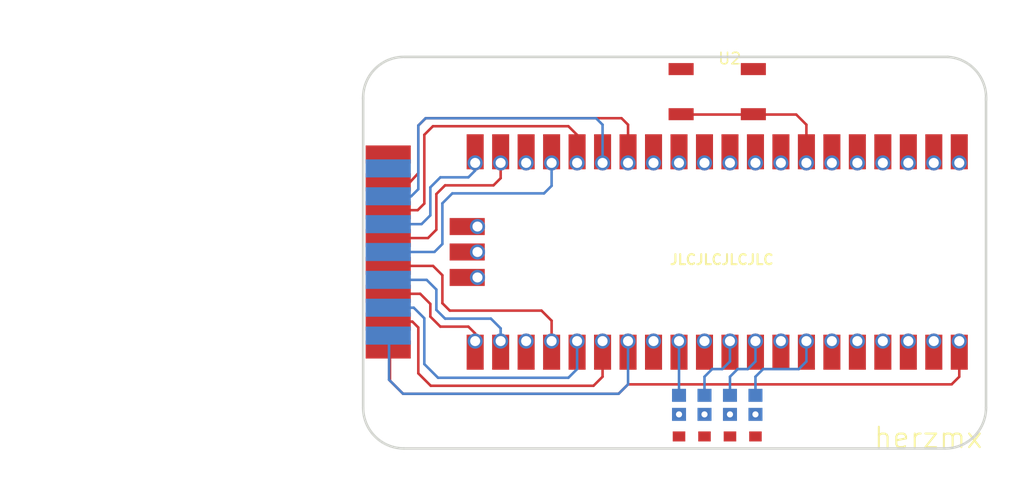
<source format=kicad_pcb>
(kicad_pcb (version 20171130) (host pcbnew "(5.1.5)-3") (page "A4") (layers (0 "F.Cu" signal) (31 "B.Cu" signal) (32 "B.Adhes" user) (33 "F.Adhes" user) (34 "B.Paste" user) (35 "F.Paste" user) (36 "B.SilkS" user) (37 "F.SilkS" user) (38 "B.Mask" user) (39 "F.Mask" user) (40 "Dwgs.User" user) (41 "Cmts.User" user) (42 "Eco1.User" user) (43 "Eco2.User" user) (44 "Edge.Cuts" user) (45 "Margin" user) (46 "B.CrtYd" user) (47 "F.CrtYd" user) (48 "B.Fab" user hide) (49 "F.Fab" user hide)) (net 0 "") (net 1 "HOME") (net 2 "+5V") (net 3 "B6") (net 4 "B2") (net 5 "D") (net 6 "R") (net 7 "B4") (net 8 "SELECT") (net 9 "GND") (net 10 "U") (net 11 "B5") (net 12 "L") (net 13 "LED2") (net 14 "LED4") (net 15 "LED3") (net 16 "LED1") (net 17 "B1") (net 18 "START") (net 19 "B3") (net 20 "LED4R") (net 21 "LED3R") (net 22 "LED2R") (net 23 "LED1R") (net 24 "CAPTURE") (net 25 "L3") (net 26 "R3") (net 27 "L2") (net 28 "L1") (gr_line (start -820.548 -640.796) (end -874.514 -640.796) (width 0.254) (layer "Edge.Cuts")) (gr_line (start -816.484 -675.803) (end -816.484 -644.86) (width 0.254) (layer "Edge.Cuts")) (gr_line (start -878.58 -644.86) (end -878.58 -675.803) (width 0.254) (layer "Edge.Cuts")) (gr_line (start -874.514 -679.869) (end -820.294 -679.869) (width 0.254) (layer "Edge.Cuts")) (gr_arc (start -874.514 -675.803) (end -878.578 -675.676) (angle 89.999) (width 0.254) (layer "Edge.Cuts")) (gr_arc (start -820.547 -675.803) (end -820.294 -679.867) (angle 90.002) (width 0.254) (layer "Edge.Cuts")) (gr_arc (start -874.514 -644.86) (end -874.514 -640.796) (angle 90) (width 0.254) (layer "Edge.Cuts")) (gr_arc (start -820.548 -644.86) (end -816.484 -644.86) (angle 90) (width 0.254) (layer "Edge.Cuts")) (gr_text "JLCJLCJLCJLC" (at -848.106 -659.638 0) (layer "F.SilkS") (effects (font (size 1 1) (thickness 0.203)) (justify left))) (gr_text herzmx (at -827.786 -641.858 0) (layer "F.SilkS") (effects (font (size 2.032 2.032) (thickness 0.203)) (justify left))) (segment (start -846.836 -674.116) (end -840.336 -674.116) (width 0.254) (layer "F.Cu") (net 1)) (segment (start -834.391 -670.4) (end -834.391 -673.101) (width 0.254) (layer "F.Cu") (net 1)) (segment (start -834.391 -673.101) (end -835.407 -674.117) (width 0.254) (layer "F.Cu") (net 1)) (segment (start -835.407 -674.117) (end -839.978 -674.117) (width 0.254) (layer "F.Cu") (net 1)) (segment (start -875.905 -650.474) (end -875.905 -647.559) (width 0.254) (layer "F.Cu") (net 2)) (segment (start -875.905 -647.559) (end -874.596 -646.25) (width 0.254) (layer "F.Cu") (net 2)) (segment (start -874.596 -646.25) (end -853.112 -646.25) (width 0.254) (layer "F.Cu") (net 2)) (segment (start -853.112 -646.25) (end -852.17 -647.192) (width 0.254) (layer "F.Cu") (net 2)) (segment (start -852.17 -647.192) (end -819.912 -647.192) (width 0.254) (layer "F.Cu") (net 2)) (segment (start -819.912 -647.192) (end -819.151 -647.953) (width 0.254) (layer "F.Cu") (net 2)) (segment (start -819.151 -647.953) (end -819.151 -650.4) (width 0.254) (layer "F.Cu") (net 2)) (segment (start -874.58 -667.349) (end -873.923 -667.349) (width 0.254) (layer "F.Cu") (net 3)) (segment (start -873.923 -667.349) (end -873.08 -668.274) (width 0.254) (layer "F.Cu") (net 3)) (segment (start -873.08 -668.274) (end -873.08 -673.018) (width 0.254) (layer "F.Cu") (net 3)) (segment (start -873.08 -673.018) (end -872.348 -673.75) (width 0.254) (layer "F.Cu") (net 3)) (segment (start -872.348 -673.75) (end -852.82 -673.75) (width 0.254) (layer "F.Cu") (net 3)) (segment (start -852.82 -673.75) (end -852.171 -673.101) (width 0.254) (layer "F.Cu") (net 3)) (segment (start -852.171 -673.101) (end -852.171 -669.29) (width 0.254) (layer "F.Cu") (net 3)) (segment (start -874.58 -659.011) (end -871.609 -659.011) (width 0.254) (layer "F.Cu") (net 4)) (segment (start -871.609 -659.011) (end -870.68 -658.082) (width 0.254) (layer "F.Cu") (net 4)) (segment (start -870.68 -658.082) (end -870.68 -655.288) (width 0.254) (layer "F.Cu") (net 4)) (segment (start -870.68 -655.288) (end -869.942 -654.55) (width 0.254) (layer "F.Cu") (net 4)) (segment (start -869.942 -654.55) (end -860.798 -654.55) (width 0.254) (layer "F.Cu") (net 4)) (segment (start -860.798 -654.55) (end -859.791 -653.543) (width 0.254) (layer "F.Cu") (net 4)) (segment (start -859.791 -653.543) (end -859.791 -650.4) (width 0.254) (layer "F.Cu") (net 4)) (segment (start -874.58 -653.451) (end -873.669 -653.451) (width 0.254) (layer "F.Cu") (net 5)) (segment (start -873.669 -653.451) (end -873.08 -652.862) (width 0.254) (layer "F.Cu") (net 5)) (segment (start -873.08 -652.862) (end -873.08 -648.29) (width 0.254) (layer "F.Cu") (net 5)) (segment (start -873.08 -648.29) (end -871.84 -647.05) (width 0.254) (layer "F.Cu") (net 5)) (segment (start -871.84 -647.05) (end -855.614 -647.05) (width 0.254) (layer "F.Cu") (net 5)) (segment (start -855.614 -647.05) (end -854.711 -647.953) (width 0.254) (layer "F.Cu") (net 5)) (segment (start -854.711 -647.953) (end -854.711 -650.4) (width 0.254) (layer "F.Cu") (net 5)) (segment (start -874.58 -656.229) (end -872.891 -656.229) (width 0.254) (layer "F.Cu") (net 6)) (segment (start -872.891 -656.229) (end -871.88 -655.218) (width 0.254) (layer "F.Cu") (net 6)) (segment (start -871.88 -655.218) (end -871.88 -653.948) (width 0.254) (layer "F.Cu") (net 6)) (segment (start -871.88 -653.948) (end -870.882 -652.95) (width 0.254) (layer "F.Cu") (net 6)) (segment (start -870.882 -652.95) (end -868.088 -652.95) (width 0.254) (layer "F.Cu") (net 6)) (segment (start -868.088 -652.95) (end -867.411 -652.273) (width 0.254) (layer "F.Cu") (net 6)) (segment (start -867.411 -652.273) (end -867.411 -650.4) (width 0.254) (layer "F.Cu") (net 6)) (segment (start -874.58 -661.789) (end -872.117 -661.789) (width 0.254) (layer "F.Cu") (net 7)) (segment (start -872.117 -661.789) (end -871.28 -662.626) (width 0.254) (layer "F.Cu") (net 7)) (segment (start -871.28 -662.626) (end -871.28 -666.182) (width 0.254) (layer "F.Cu") (net 7)) (segment (start -871.28 -666.182) (end -870.412 -667.05) (width 0.254) (layer "F.Cu") (net 7)) (segment (start -870.412 -667.05) (end -865.586 -667.05) (width 0.254) (layer "F.Cu") (net 7)) (segment (start -865.586 -667.05) (end -864.871 -667.765) (width 0.254) (layer "F.Cu") (net 7)) (segment (start -864.871 -667.765) (end -864.871 -670.4) (width 0.254) (layer "F.Cu") (net 7)) (segment (start -874.58 -664.571) (end -873.145 -664.571) (width 0.254) (layer "F.Cu") (net 8)) (segment (start -873.145 -664.571) (end -872.48 -665.236) (width 0.254) (layer "F.Cu") (net 8)) (segment (start -872.48 -665.236) (end -872.48 -672.094) (width 0.254) (layer "F.Cu") (net 8)) (segment (start -872.48 -672.094) (end -871.624 -672.95) (width 0.254) (layer "F.Cu") (net 8)) (segment (start -871.624 -672.95) (end -858.116 -672.95) (width 0.254) (layer "F.Cu") (net 8)) (segment (start -858.116 -672.95) (end -857.251 -672.085) (width 0.254) (layer "F.Cu") (net 8)) (segment (start -857.251 -672.085) (end -857.251 -669.29) (width 0.254) (layer "F.Cu") (net 8)) (zone (net 9) (net_name "GND") (layer "F.Cu") (hatch edge 0.508) (connect_pads (clearance 0.254)) (polygon (pts (xy -813.817 -635.254) (xy -914.654 -635.762) (xy -914.781 -685.292) (xy -812.674 -685.546)))) (segment (start -877.42 -652.059) (end -876.595 -652.059) (width 0.254) (layer "B.Cu") (net 10)) (segment (start -876.595 -652.059) (end -876 -651.464) (width 0.254) (layer "B.Cu") (net 10)) (segment (start -876 -651.464) (end -876 -647.654) (width 0.254) (layer "B.Cu") (net 10)) (segment (start -876 -647.654) (end -874.596 -646.25) (width 0.254) (layer "B.Cu") (net 10)) (segment (start -874.596 -646.25) (end -853.112 -646.25) (width 0.254) (layer "B.Cu") (net 10)) (segment (start -853.112 -646.25) (end -852.171 -647.191) (width 0.254) (layer "B.Cu") (net 10)) (segment (start -852.171 -647.191) (end -852.171 -651.51) (width 0.254) (layer "B.Cu") (net 10)) (segment (start -877.42 -665.96) (end -873.788 -665.96) (width 0.254) (layer "B.Cu") (net 11)) (segment (start -873.788 -665.96) (end -873.08 -666.668) (width 0.254) (layer "B.Cu") (net 11)) (segment (start -873.08 -666.668) (end -873.08 -673.018) (width 0.254) (layer "B.Cu") (net 11)) (segment (start -873.08 -673.018) (end -872.348 -673.75) (width 0.254) (layer "B.Cu") (net 11)) (segment (start -872.348 -673.75) (end -855.36 -673.75) (width 0.254) (layer "B.Cu") (net 11)) (segment (start -855.36 -673.75) (end -854.711 -673.101) (width 0.254) (layer "B.Cu") (net 11)) (segment (start -854.711 -673.101) (end -854.711 -669.29) (width 0.254) (layer "B.Cu") (net 11)) (segment (start -877.42 -654.84) (end -873.534 -654.84) (width 0.254) (layer "B.Cu") (net 12)) (segment (start -873.534 -654.84) (end -872.48 -653.786) (width 0.254) (layer "B.Cu") (net 12)) (segment (start -872.48 -653.786) (end -872.48 -649.214) (width 0.254) (layer "B.Cu") (net 12)) (segment (start -872.48 -649.214) (end -871.116 -647.85) (width 0.254) (layer "B.Cu") (net 12)) (segment (start -871.116 -647.85) (end -858.116 -647.85) (width 0.254) (layer "B.Cu") (net 12)) (segment (start -858.116 -647.85) (end -857.251 -648.715) (width 0.254) (layer "B.Cu") (net 12)) (segment (start -857.251 -648.715) (end -857.251 -651.51) (width 0.254) (layer "B.Cu") (net 12)) (segment (start -842.011 -651.51) (end -842.011 -649.477) (width 0.254) (layer "B.Cu") (net 13)) (segment (start -842.011 -649.477) (end -842.772 -648.716) (width 0.254) (layer "B.Cu") (net 13)) (segment (start -842.772 -648.716) (end -843.788 -648.716) (width 0.254) (layer "B.Cu") (net 13)) (segment (start -843.788 -648.716) (end -844.55 -647.954) (width 0.254) (layer "B.Cu") (net 13)) (segment (start -844.55 -647.954) (end -844.55 -646.095) (width 0.254) (layer "B.Cu") (net 13)) (segment (start -834.391 -651.51) (end -834.391 -649.477) (width 0.254) (layer "B.Cu") (net 14)) (segment (start -834.391 -649.477) (end -835.152 -648.716) (width 0.254) (layer "B.Cu") (net 14)) (segment (start -835.152 -648.716) (end -838.708 -648.716) (width 0.254) (layer "B.Cu") (net 14)) (segment (start -838.708 -648.716) (end -839.47 -647.954) (width 0.254) (layer "B.Cu") (net 14)) (segment (start -839.47 -647.954) (end -839.47 -646.095) (width 0.254) (layer "B.Cu") (net 14)) (segment (start -839.471 -651.51) (end -839.471 -649.477) (width 0.254) (layer "B.Cu") (net 15)) (segment (start -839.471 -649.477) (end -840.232 -648.716) (width 0.254) (layer "B.Cu") (net 15)) (segment (start -840.232 -648.716) (end -841.248 -648.716) (width 0.254) (layer "B.Cu") (net 15)) (segment (start -841.248 -648.716) (end -842.01 -647.954) (width 0.254) (layer "B.Cu") (net 15)) (segment (start -842.01 -647.954) (end -842.01 -646.095) (width 0.254) (layer "B.Cu") (net 15)) (segment (start -847.091 -651.51) (end -847.09 -646.095) (width 0.254) (layer "B.Cu") (net 16)) (segment (start -877.42 -657.619) (end -872.249 -657.619) (width 0.254) (layer "B.Cu") (net 17)) (segment (start -872.249 -657.619) (end -871.28 -656.65) (width 0.254) (layer "B.Cu") (net 17)) (segment (start -871.28 -656.65) (end -871.28 -654.618) (width 0.254) (layer "B.Cu") (net 17)) (segment (start -871.28 -654.618) (end -870.412 -653.75) (width 0.254) (layer "B.Cu") (net 17)) (segment (start -870.412 -653.75) (end -865.84 -653.75) (width 0.254) (layer "B.Cu") (net 17)) (segment (start -865.84 -653.75) (end -864.871 -652.781) (width 0.254) (layer "B.Cu") (net 17)) (segment (start -864.871 -652.781) (end -864.871 -651.51) (width 0.254) (layer "B.Cu") (net 17)) (segment (start -877.42 -663.179) (end -872.759 -663.179) (width 0.254) (layer "B.Cu") (net 18)) (segment (start -872.759 -663.179) (end -871.88 -664.058) (width 0.254) (layer "B.Cu") (net 18)) (segment (start -871.88 -664.058) (end -871.88 -666.852) (width 0.254) (layer "B.Cu") (net 18)) (segment (start -871.88 -666.852) (end -870.882 -667.85) (width 0.254) (layer "B.Cu") (net 18)) (segment (start -870.882 -667.85) (end -868.088 -667.85) (width 0.254) (layer "B.Cu") (net 18)) (segment (start -868.088 -667.85) (end -867.411 -668.527) (width 0.254) (layer "B.Cu") (net 18)) (segment (start -867.411 -668.527) (end -867.411 -669.29) (width 0.254) (layer "B.Cu") (net 18)) (segment (start -877.42 -660.4) (end -871.474 -660.4) (width 0.254) (layer "B.Cu") (net 19)) (segment (start -871.474 -660.4) (end -870.68 -661.194) (width 0.254) (layer "B.Cu") (net 19)) (segment (start -870.68 -661.194) (end -870.68 -665.258) (width 0.254) (layer "B.Cu") (net 19)) (segment (start -870.68 -665.258) (end -869.688 -666.25) (width 0.254) (layer "B.Cu") (net 19)) (segment (start -869.688 -666.25) (end -860.544 -666.25) (width 0.254) (layer "B.Cu") (net 19)) (segment (start -860.544 -666.25) (end -859.791 -667.003) (width 0.254) (layer "B.Cu") (net 19)) (segment (start -859.791 -667.003) (end -859.791 -669.29) (width 0.254) (layer "B.Cu") (net 19)) (zone (net 9) (net_name "GND") (layer "B.Cu") (hatch edge 0.508) (connect_pads (clearance 0.254)) (polygon (pts (xy -813.563 -636.143) (xy -914.781 -635.889) (xy -914.527 -685.165) (xy -812.674 -685.419)))) (module "easyeda:R0805-DOC" (layer "F.Cu") (at -839.47 -645.145 -90) (attr smd) (fp_text value "R0805-DOC" (at 0.188 -3.048 -90) (layer "B.Fab") hide (effects (font (size 1.143 1.143) (thickness 0.152)) (justify left mirror))) (fp_text reference "R4" (at 0.188 -1.27 -90) (layer "B.SilkS") hide (effects (font (size 1.143 1.143) (thickness 0.152)) (justify left mirror))) (fp_line (start 1.9 -1) (end -1.9 -1) (width 0.229) (layer "Cmts.User")) (fp_line (start -1.9 -1) (end -1.9 1) (width 0.229) (layer "Cmts.User")) (fp_line (start -1.9 1) (end 1.9 1) (width 0.229) (layer "Cmts.User")) (fp_line (start 1.9 1) (end 1.9 -1) (width 0.229) (layer "Cmts.User")) (pad 1 smd rect (at 0.95 0 -90) (size 1.3 1.4) (layers "B.Cu" "B.Paste" "B.Mask") (net 20 "LED4R")) (pad 2 smd rect (at -0.95 0 -90) (size 1.3 1.4) (layers "B.Cu" "B.Paste" "B.Mask") (net 14 "LED4")) (fp_text user gge6b4c089a7639ea73 (at 0 0) (layer "Cmts.User") (effects (font (size 1 1) (thickness 0.15))))) (module "easyeda:R0805-DOC" (layer "F.Cu") (at -842.01 -645.145 -90) (attr smd) (fp_text value "R0805-DOC" (at 0.188 -3.048 -90) (layer "B.Fab") hide (effects (font (size 1.143 1.143) (thickness 0.152)) (justify left mirror))) (fp_text reference "R3" (at 0.188 -1.27 -90) (layer "B.SilkS") hide (effects (font (size 1.143 1.143) (thickness 0.152)) (justify left mirror))) (fp_line (start 1.9 -1) (end -1.9 -1) (width 0.229) (layer "Cmts.User")) (fp_line (start -1.9 -1) (end -1.9 1) (width 0.229) (layer "Cmts.User")) (fp_line (start -1.9 1) (end 1.9 1) (width 0.229) (layer "Cmts.User")) (fp_line (start 1.9 1) (end 1.9 -1) (width 0.229) (layer "Cmts.User")) (pad 1 smd rect (at 0.95 0 -90) (size 1.3 1.4) (layers "B.Cu" "B.Paste" "B.Mask") (net 21 "LED3R")) (pad 2 smd rect (at -0.95 0 -90) (size 1.3 1.4) (layers "B.Cu" "B.Paste" "B.Mask") (net 15 "LED3")) (fp_text user ggee885a4064b356812 (at 0 0) (layer "Cmts.User") (effects (font (size 1 1) (thickness 0.15))))) (module "easyeda:R0805-DOC" (layer "F.Cu") (at -844.55 -645.145 -90) (attr smd) (fp_text value "R0805-DOC" (at 0.188 -3.048 -90) (layer "B.Fab") hide (effects (font (size 1.143 1.143) (thickness 0.152)) (justify left mirror))) (fp_text reference "R2" (at 0.188 -1.27 -90) (layer "B.SilkS") hide (effects (font (size 1.143 1.143) (thickness 0.152)) (justify left mirror))) (fp_line (start 1.9 -1) (end -1.9 -1) (width 0.229) (layer "Cmts.User")) (fp_line (start -1.9 -1) (end -1.9 1) (width 0.229) (layer "Cmts.User")) (fp_line (start -1.9 1) (end 1.9 1) (width 0.229) (layer "Cmts.User")) (fp_line (start 1.9 1) (end 1.9 -1) (width 0.229) (layer "Cmts.User")) (pad 1 smd rect (at 0.95 0 -90) (size 1.3 1.4) (layers "B.Cu" "B.Paste" "B.Mask") (net 22 "LED2R")) (pad 2 smd rect (at -0.95 0 -90) (size 1.3 1.4) (layers "B.Cu" "B.Paste" "B.Mask") (net 13 "LED2")) (fp_text user ggecc5bd5b66a4aa208 (at 0 0) (layer "Cmts.User") (effects (font (size 1 1) (thickness 0.15))))) (module "easyeda:R0805-DOC" (layer "F.Cu") (at -847.09 -645.145 -90) (attr smd) (fp_text value "R0805-DOC" (at 0.188 -3.048 -90) (layer "B.Fab") hide (effects (font (size 1.143 1.143) (thickness 0.152)) (justify left mirror))) (fp_text reference "R1" (at 0.188 -1.27 -90) (layer "B.SilkS") hide (effects (font (size 1.143 1.143) (thickness 0.152)) (justify left mirror))) (fp_line (start 1.9 -1) (end -1.9 -1) (width 0.229) (layer "Cmts.User")) (fp_line (start -1.9 -1) (end -1.9 1) (width 0.229) (layer "Cmts.User")) (fp_line (start -1.9 1) (end 1.9 1) (width 0.229) (layer "Cmts.User")) (fp_line (start 1.9 1) (end 1.9 -1) (width 0.229) (layer "Cmts.User")) (pad 1 smd rect (at 0.95 0 -90) (size 1.3 1.4) (layers "B.Cu" "B.Paste" "B.Mask") (net 23 "LED1R")) (pad 2 smd rect (at -0.95 0 -90) (size 1.3 1.4) (layers "B.Cu" "B.Paste" "B.Mask") (net 16 "LED1")) (fp_text user gge10495 (at 0 0) (layer "Cmts.User") (effects (font (size 1 1) (thickness 0.15))))) (module "easyeda:LED0805-RD_GREEN-DOC" (layer "F.Cu") (at -847.09 -643.095 90) (attr smd) (fp_text value "LED0805-RD_GREEN-DOC" (at -0.105 -3.01 90) (layer "F.Fab") hide (effects (font (size 1.143 1.143) (thickness 0.152)) (justify left))) (fp_text reference "LED1" (at -0.105 -1.232 90) (layer "F.SilkS") hide (effects (font (size 1.143 1.143) (thickness 0.152)) (justify left))) (fp_line (start 0.64 0.94) (end 1.98 0.94) (width 0.254) (layer "Cmts.User")) (fp_line (start 1.98 -0.96) (end 1.98 0.94) (width 0.254) (layer "Cmts.User")) (fp_line (start 0.5 -0.95) (end 1.98 -0.96) (width 0.254) (layer "Cmts.User")) (fp_line (start 0.3 -0.5) (end 0.3 0.5) (width 0.254) (layer "Cmts.User")) (fp_line (start 0.3 0.005) (end -0.2 0.005) (width 0.254) (layer "Cmts.User")) (fp_line (start -0.5 0.95) (end -1.75 0.95) (width 0.254) (layer "Cmts.User")) (fp_line (start -1.75 0.95) (end -1.75 0.95) (width 0.254) (layer "Cmts.User")) (fp_line (start -1.75 0.95) (end -2.1 0.6) (width 0.254) (layer "Cmts.User")) (fp_line (start -2.1 -0.6) (end -2.1 0.6) (width 0.254) (layer "Cmts.User")) (fp_line (start -1.75 -0.95) (end -1.75 -0.95) (width 0.254) (layer "Cmts.User")) (fp_line (start -1.75 -0.95) (end -2.1 -0.6) (width 0.254) (layer "Cmts.User")) (fp_line (start -0.5 -0.95) (end -1.75 -0.95) (width 0.254) (layer "Cmts.User")) (fp_poly (pts (xy 1 -0.7) (xy 1.2 -0.7) (xy 1.2 0.7) (xy 1 0.7)) (layer "Cmts.User") (width 0)) (fp_poly (pts (xy 0.635 0.094) (xy 1.635 0.094) (xy 1.635 -0.056) (xy 0.635 -0.056)) (layer "Cmts.User") (width 0)) (fp_poly (pts (xy -1.6 0) (xy -0.6 0) (xy -0.6 -0.15) (xy -1.6 -0.15)) (layer "Cmts.User") (width 0)) (pad 1 smd rect (at -1.1 0 -90) (size 1 1.25) (layers "F.Cu" "F.Paste" "F.Mask") (net 9 "GND")) (pad 2 thru_hole rect (at 1.1 0 -90) (size 1 1.25) (layers "*.Cu" "*.Paste" "*.Mask") (drill 0.61) (net 23 "LED1R")) (fp_text user gge32396 (at 0 0) (layer "Cmts.User") (effects (font (size 1 1) (thickness 0.15))))) (module "easyeda:LED0805-RD_GREEN-DOC" (layer "F.Cu") (at -844.55 -643.095 90) (attr smd) (fp_text value "LED0805-RD_GREEN-DOC" (at -0.105 -3.01 90) (layer "F.Fab") hide (effects (font (size 1.143 1.143) (thickness 0.152)) (justify left))) (fp_text reference "LED2" (at -0.105 -1.232 90) (layer "F.SilkS") hide (effects (font (size 1.143 1.143) (thickness 0.152)) (justify left))) (fp_line (start 0.64 0.94) (end 1.98 0.94) (width 0.254) (layer "Cmts.User")) (fp_line (start 1.98 -0.96) (end 1.98 0.94) (width 0.254) (layer "Cmts.User")) (fp_line (start 0.5 -0.95) (end 1.98 -0.96) (width 0.254) (layer "Cmts.User")) (fp_line (start 0.3 -0.5) (end 0.3 0.5) (width 0.254) (layer "Cmts.User")) (fp_line (start 0.3 0.005) (end -0.2 0.005) (width 0.254) (layer "Cmts.User")) (fp_line (start -0.5 0.95) (end -1.75 0.95) (width 0.254) (layer "Cmts.User")) (fp_line (start -1.75 0.95) (end -1.75 0.95) (width 0.254) (layer "Cmts.User")) (fp_line (start -1.75 0.95) (end -2.1 0.6) (width 0.254) (layer "Cmts.User")) (fp_line (start -2.1 -0.6) (end -2.1 0.6) (width 0.254) (layer "Cmts.User")) (fp_line (start -1.75 -0.95) (end -1.75 -0.95) (width 0.254) (layer "Cmts.User")) (fp_line (start -1.75 -0.95) (end -2.1 -0.6) (width 0.254) (layer "Cmts.User")) (fp_line (start -0.5 -0.95) (end -1.75 -0.95) (width 0.254) (layer "Cmts.User")) (fp_poly (pts (xy 1 -0.7) (xy 1.2 -0.7) (xy 1.2 0.7) (xy 1 0.7)) (layer "Cmts.User") (width 0)) (fp_poly (pts (xy 0.635 0.094) (xy 1.635 0.094) (xy 1.635 -0.056) (xy 0.635 -0.056)) (layer "Cmts.User") (width 0)) (fp_poly (pts (xy -1.6 0) (xy -0.6 0) (xy -0.6 -0.15) (xy -1.6 -0.15)) (layer "Cmts.User") (width 0)) (pad 1 smd rect (at -1.1 0 -90) (size 1 1.25) (layers "F.Cu" "F.Paste" "F.Mask") (net 9 "GND")) (pad 2 thru_hole rect (at 1.1 0 -90) (size 1 1.25) (layers "*.Cu" "*.Paste" "*.Mask") (drill 0.61) (net 22 "LED2R")) (fp_text user ggec114b2514b46dbcf (at 0 0) (layer "Cmts.User") (effects (font (size 1 1) (thickness 0.15))))) (module "easyeda:LED0805-RD_GREEN-DOC" (layer "F.Cu") (at -842.01 -643.095 90) (attr smd) (fp_text value "LED0805-RD_GREEN-DOC" (at -0.105 -3.01 90) (layer "F.Fab") hide (effects (font (size 1.143 1.143) (thickness 0.152)) (justify left))) (fp_text reference "LED3" (at -0.105 -1.232 90) (layer "F.SilkS") hide (effects (font (size 1.143 1.143) (thickness 0.152)) (justify left))) (fp_line (start 0.64 0.94) (end 1.98 0.94) (width 0.254) (layer "Cmts.User")) (fp_line (start 1.98 -0.96) (end 1.98 0.94) (width 0.254) (layer "Cmts.User")) (fp_line (start 0.5 -0.95) (end 1.98 -0.96) (width 0.254) (layer "Cmts.User")) (fp_line (start 0.3 -0.5) (end 0.3 0.5) (width 0.254) (layer "Cmts.User")) (fp_line (start 0.3 0.005) (end -0.2 0.005) (width 0.254) (layer "Cmts.User")) (fp_line (start -0.5 0.95) (end -1.75 0.95) (width 0.254) (layer "Cmts.User")) (fp_line (start -1.75 0.95) (end -1.75 0.95) (width 0.254) (layer "Cmts.User")) (fp_line (start -1.75 0.95) (end -2.1 0.6) (width 0.254) (layer "Cmts.User")) (fp_line (start -2.1 -0.6) (end -2.1 0.6) (width 0.254) (layer "Cmts.User")) (fp_line (start -1.75 -0.95) (end -1.75 -0.95) (width 0.254) (layer "Cmts.User")) (fp_line (start -1.75 -0.95) (end -2.1 -0.6) (width 0.254) (layer "Cmts.User")) (fp_line (start -0.5 -0.95) (end -1.75 -0.95) (width 0.254) (layer "Cmts.User")) (fp_poly (pts (xy 1 -0.7) (xy 1.2 -0.7) (xy 1.2 0.7) (xy 1 0.7)) (layer "Cmts.User") (width 0)) (fp_poly (pts (xy 0.635 0.094) (xy 1.635 0.094) (xy 1.635 -0.056) (xy 0.635 -0.056)) (layer "Cmts.User") (width 0)) (fp_poly (pts (xy -1.6 0) (xy -0.6 0) (xy -0.6 -0.15) (xy -1.6 -0.15)) (layer "Cmts.User") (width 0)) (pad 1 smd rect (at -1.1 0 -90) (size 1 1.25) (layers "F.Cu" "F.Paste" "F.Mask") (net 9 "GND")) (pad 2 thru_hole rect (at 1.1 0 -90) (size 1 1.25) (layers "*.Cu" "*.Paste" "*.Mask") (drill 0.61) (net 21 "LED3R")) (fp_text user gge4b80bba47840991d (at 0 0) (layer "Cmts.User") (effects (font (size 1 1) (thickness 0.15))))) (module "easyeda:LED0805-RD_GREEN-DOC" (layer "F.Cu") (at -839.47 -643.095 90) (attr smd) (fp_text value "LED0805-RD_GREEN-DOC" (at -0.105 -3.01 90) (layer "F.Fab") hide (effects (font (size 1.143 1.143) (thickness 0.152)) (justify left))) (fp_text reference "LED4" (at -0.105 -1.232 90) (layer "F.SilkS") hide (effects (font (size 1.143 1.143) (thickness 0.152)) (justify left))) (fp_line (start 0.64 0.94) (end 1.98 0.94) (width 0.254) (layer "Cmts.User")) (fp_line (start 1.98 -0.96) (end 1.98 0.94) (width 0.254) (layer "Cmts.User")) (fp_line (start 0.5 -0.95) (end 1.98 -0.96) (width 0.254) (layer "Cmts.User")) (fp_line (start 0.3 -0.5) (end 0.3 0.5) (width 0.254) (layer "Cmts.User")) (fp_line (start 0.3 0.005) (end -0.2 0.005) (width 0.254) (layer "Cmts.User")) (fp_line (start -0.5 0.95) (end -1.75 0.95) (width 0.254) (layer "Cmts.User")) (fp_line (start -1.75 0.95) (end -1.75 0.95) (width 0.254) (layer "Cmts.User")) (fp_line (start -1.75 0.95) (end -2.1 0.6) (width 0.254) (layer "Cmts.User")) (fp_line (start -2.1 -0.6) (end -2.1 0.6) (width 0.254) (layer "Cmts.User")) (fp_line (start -1.75 -0.95) (end -1.75 -0.95) (width 0.254) (layer "Cmts.User")) (fp_line (start -1.75 -0.95) (end -2.1 -0.6) (width 0.254) (layer "Cmts.User")) (fp_line (start -0.5 -0.95) (end -1.75 -0.95) (width 0.254) (layer "Cmts.User")) (fp_poly (pts (xy 1 -0.7) (xy 1.2 -0.7) (xy 1.2 0.7) (xy 1 0.7)) (layer "Cmts.User") (width 0)) (fp_poly (pts (xy 0.635 0.094) (xy 1.635 0.094) (xy 1.635 -0.056) (xy 0.635 -0.056)) (layer "Cmts.User") (width 0)) (fp_poly (pts (xy -1.6 0) (xy -0.6 0) (xy -0.6 -0.15) (xy -1.6 -0.15)) (layer "Cmts.User") (width 0)) (pad 1 smd rect (at -1.1 0 -90) (size 1 1.25) (layers "F.Cu" "F.Paste" "F.Mask") (net 9 "GND")) (pad 2 thru_hole rect (at 1.1 0 -90) (size 1 1.25) (layers "*.Cu" "*.Paste" "*.Mask") (drill 0.61) (net 20 "LED4R")) (fp_text user gge4f5c11973ffa392e (at 0 0) (layer "Cmts.User") (effects (font (size 1 1) (thickness 0.15))))) (module "easyeda:SW-SMD_4P-L6.0-W6.0-P4.50-LS6.5" (layer "F.Cu") (at -843.28 -676.402) (attr smd) (fp_text value "SW-SMD_4P-L6.0-W6.0-P4.50-LS6.5" (at 0 -5.08 0) (layer "F.Fab") hide (effects (font (size 1.143 1.143) (thickness 0.152)) (justify left))) (fp_text reference "U2" (at 0 -3.302 0) (layer "F.SilkS") (effects (font (size 1.143 1.143) (thickness 0.152)) (justify left))) (fp_line (start -2.404 -3) (end 2.404 -3) (width 0.254) (layer "Cmts.User")) (fp_line (start 3 -1.147) (end 3 1.147) (width 0.254) (layer "Cmts.User")) (fp_line (start 2.404 3) (end -2.404 3) (width 0.254) (layer "Cmts.User")) (fp_line (start -3 1.147) (end -3 -1.147) (width 0.254) (layer "Cmts.User")) (fp_circle (center 1.8 1.8) (end 2.247 1.8) (layer "Cmts.User") (width 0.254)) (fp_circle (center -1.8 1.8) (end -1.353 1.8) (layer "Cmts.User") (width 0.254)) (fp_circle (center -1.8 -1.8) (end -1.353 -1.8) (layer "Cmts.User") (width 0.254)) (fp_circle (center 1.8 -1.8) (end 2.247 -1.8) (layer "Cmts.User") (width 0.254)) (fp_circle (center 0 0) (end 1.8 0) (layer "Cmts.User") (width 0.254)) (pad 2 smd rect (at 3.6 -2.25 0) (size 2.5 1.2) (layers "F.Cu" "F.Paste" "F.Mask") (net 9 "GND")) (pad 4 smd rect (at 3.6 2.25 0) (size 2.5 1.2) (layers "F.Cu" "F.Paste" "F.Mask") (net 1 "HOME")) (pad 1 smd rect (at -3.6 -2.25 0) (size 2.5 1.2) (layers "F.Cu" "F.Paste" "F.Mask") (net 9 "GND")) (pad 3 smd rect (at -3.6 2.25 0) (size 2.5 1.2) (layers "F.Cu" "F.Paste" "F.Mask") (net 1 "HOME")) (fp_text user gge31895 (at 0 0) (layer "Cmts.User") (effects (font (size 1 1) (thickness 0.15))))) (module "easyeda:gge30799" (layer "F.Cu") (at -873.173 -661.611) (attr smd) (pad 1 smd rect (at -2.906 -8.52 90) (size 1.8 4.5) (layers "F.Cu" "F.Paste" "F.Mask") (net 9 "GND")) (fp_text reference "DB15-SMD" (at -2.906 -10.689 0) (layer "F.SilkS") hide (effects (font (size 1.143 1.143) (thickness 0.178)) (justify left))) (pad 9 smd rect (at -2.906 -7.13 90) (size 1.8 4.5) (layers "B.Cu" "B.Paste" "B.Mask")) (pad 2 smd rect (at -2.906 -5.738 90) (size 1.8 4.5) (layers "F.Cu" "F.Paste" "F.Mask") (net 3 "B6")) (pad 10 smd rect (at -2.906 -4.349 90) (size 1.8 4.5) (layers "B.Cu" "B.Paste" "B.Mask") (net 11 "B5")) (pad 3 smd rect (at -2.906 -2.959 90) (size 1.8 4.5) (layers "F.Cu" "F.Paste" "F.Mask") (net 8 "SELECT")) (pad 11 smd rect (at -2.906 -1.568 90) (size 1.8 4.5) (layers "B.Cu" "B.Paste" "B.Mask") (net 18 "START")) (pad 4 smd rect (at -2.906 -0.178 90) (size 1.8 4.5) (layers "F.Cu" "F.Paste" "F.Mask") (net 7 "B4")) (pad 12 smd rect (at -2.906 1.211 90) (size 1.8 4.5) (layers "B.Cu" "B.Paste" "B.Mask") (net 19 "B3")) (pad 5 smd rect (at -2.906 2.601 90) (size 1.8 4.5) (layers "F.Cu" "F.Paste" "F.Mask") (net 4 "B2")) (pad 13 smd rect (at -2.906 3.992 90) (size 1.8 4.5) (layers "B.Cu" "B.Paste" "B.Mask") (net 17 "B1")) (pad 6 smd rect (at -2.906 5.382 90) (size 1.8 4.5) (layers "F.Cu" "F.Paste" "F.Mask") (net 6 "R")) (pad 14 smd rect (at -2.906 6.771 90) (size 1.8 4.5) (layers "B.Cu" "B.Paste" "B.Mask") (net 12 "L")) (pad 7 smd rect (at -2.906 8.161 90) (size 1.8 4.5) (layers "F.Cu" "F.Paste" "F.Mask") (net 5 "D")) (pad 15 smd rect (at -2.906 9.553 90) (size 1.8 4.5) (layers "B.Cu" "B.Paste" "B.Mask") (net 10 "U")) (pad 8 smd rect (at -2.906 10.942 90) (size 1.8 4.5) (layers "F.Cu" "F.Paste" "F.Mask") (net 2 "+5V")) (fp_text value "_" (at -2.906 -12.721 0) (layer "F.Fab") hide (effects (font (size 1.143 1.143) (thickness 0.178)) (justify left))) (fp_text user gge30799 (at 0 0) (layer "Cmts.User") (effects (font (size 1 1) (thickness 0.15))))) (module "easyeda:PICO-PKG" (layer "F.Cu") (at -843.281 -660.4 -90) (attr smd) (fp_text value "PICO-PKG" (at 6.891 -29.411 90) (layer "F.Fab") hide (effects (font (size 1.143 1.143) (thickness 0.152)) (justify left))) (fp_text reference "U4" (at -1.016 -26.416 -90) (layer "F.SilkS") hide (effects (font (size 1.143 1.143) (thickness 0.152)) (justify left))) (fp_line (start 3.04 25.5) (end 10.5 25.5) (width 0.152) (layer "Cmts.User")) (fp_line (start 10.5 25.5) (end 10.5 24.63) (width 0.152) (layer "Cmts.User")) (fp_line (start 10.5 23.63) (end 10.5 22.09) (width 0.152) (layer "Cmts.User")) (fp_line (start 10.5 21.09) (end 10.5 19.55) (width 0.152) (layer "Cmts.User")) (fp_line (start 10.5 18.55) (end 10.5 17.01) (width 0.152) (layer "Cmts.User")) (fp_line (start 10.5 16.01) (end 10.5 14.47) (width 0.152) (layer "Cmts.User")) (fp_line (start 10.5 13.47) (end 10.5 11.93) (width 0.152) (layer "Cmts.User")) (fp_line (start 10.5 10.93) (end 10.5 9.39) (width 0.152) (layer "Cmts.User")) (fp_line (start 10.5 8.39) (end 10.5 6.85) (width 0.152) (layer "Cmts.User")) (fp_line (start 10.5 5.85) (end 10.5 4.31) (width 0.152) (layer "Cmts.User")) (fp_line (start 10.5 3.31) (end 10.5 1.77) (width 0.152) (layer "Cmts.User")) (fp_line (start 10.5 0.77) (end 10.5 -0.77) (width 0.152) (layer "Cmts.User")) (fp_line (start 10.5 -1.77) (end 10.5 -3.31) (width 0.152) (layer "Cmts.User")) (fp_line (start 10.5 -4.31) (end 10.5 -5.85) (width 0.152) (layer "Cmts.User")) (fp_line (start 10.5 -6.85) (end 10.5 -8.39) (width 0.152) (layer "Cmts.User")) (fp_line (start 10.5 -9.39) (end 10.5 -10.93) (width 0.152) (layer "Cmts.User")) (fp_line (start 10.5 -11.93) (end 10.5 -13.47) (width 0.152) (layer "Cmts.User")) (fp_line (start 10.5 -14.47) (end 10.5 -16.01) (width 0.152) (layer "Cmts.User")) (fp_line (start 10.5 -17.01) (end 10.5 -18.55) (width 0.152) (layer "Cmts.User")) (fp_line (start 10.5 -19.55) (end 10.5 -21.09) (width 0.152) (layer "Cmts.User")) (fp_line (start 10.5 -22.09) (end 10.5 -23.63) (width 0.152) (layer "Cmts.User")) (fp_line (start 10.5 -24.63) (end 10.5 -25.5) (width 0.152) (layer "Cmts.User")) (fp_line (start 10.5 -25.5) (end -10.5 -25.5) (width 0.152) (layer "Cmts.User")) (fp_line (start -10.5 -25.5) (end -10.5 -24.63) (width 0.152) (layer "Cmts.User")) (fp_line (start -10.5 -23.63) (end -10.5 -22.09) (width 0.152) (layer "Cmts.User")) (fp_line (start -10.5 -21.09) (end -10.5 -19.55) (width 0.152) (layer "Cmts.User")) (fp_line (start -10.5 -18.55) (end -10.5 -17.01) (width 0.152) (layer "Cmts.User")) (fp_line (start -10.5 -16.01) (end -10.5 -14.47) (width 0.152) (layer "Cmts.User")) (fp_line (start -10.5 -13.47) (end -10.5 -11.93) (width 0.152) (layer "Cmts.User")) (fp_line (start -10.5 -10.93) (end -10.5 -9.39) (width 0.152) (layer "Cmts.User")) (fp_line (start -10.5 -8.39) (end -10.5 -6.85) (width 0.152) (layer "Cmts.User")) (fp_line (start -10.5 -5.85) (end -10.5 -4.31) (width 0.152) (layer "Cmts.User")) (fp_line (start -10.5 -3.31) (end -10.5 -1.77) (width 0.152) (layer "Cmts.User")) (fp_line (start -10.5 -0.77) (end -10.5 0.77) (width 0.152) (layer "Cmts.User")) (fp_line (start -10.5 1.77) (end -10.5 3.31) (width 0.152) (layer "Cmts.User")) (fp_line (start -10.5 4.31) (end -10.5 5.85) (width 0.152) (layer "Cmts.User")) (fp_line (start -10.5 6.85) (end -10.5 8.39) (width 0.152) (layer "Cmts.User")) (fp_line (start -10.5 9.39) (end -10.5 10.93) (width 0.152) (layer "Cmts.User")) (fp_line (start -10.5 11.93) (end -10.5 13.47) (width 0.152) (layer "Cmts.User")) (fp_line (start -10.5 14.47) (end -10.5 16.01) (width 0.152) (layer "Cmts.User")) (fp_line (start -10.5 17.01) (end -10.5 18.55) (width 0.152) (layer "Cmts.User")) (fp_line (start -10.5 19.55) (end -10.5 21.09) (width 0.152) (layer "Cmts.User")) (fp_line (start -10.5 22.09) (end -10.5 23.63) (width 0.152) (layer "Cmts.User")) (fp_line (start -10.5 24.63) (end -10.5 25.5) (width 0.152) (layer "Cmts.User")) (fp_line (start -10.5 25.5) (end -3.04 25.5) (width 0.152) (layer "Cmts.User")) (fp_line (start 2.04 25.5) (end 0.5 25.5) (width 0.152) (layer "Cmts.User")) (fp_line (start -0.5 25.5) (end -2.04 25.5) (width 0.152) (layer "Cmts.User")) (fp_arc (start -2.54 25.5) (end -3.04 25.5) (angle 180) (width 0.127) (layer "Cmts.User")) (fp_arc (start 2.54 25.5) (end 2.04 25.5) (angle 180) (width 0.127) (layer "Cmts.User")) (fp_arc (start 0 25.5) (end -0.5 25.5) (angle 180) (width 0.127) (layer "Cmts.User")) (fp_arc (start 10.5 -24.13) (end 10.5 -23.63) (angle 180) (width 0.127) (layer "Cmts.User")) (fp_arc (start 10.5 -21.59) (end 10.5 -21.09) (angle 180) (width 0.127) (layer "Cmts.User")) (fp_arc (start 10.5 -19.05) (end 10.5 -18.55) (angle 180) (width 0.127) (layer "Cmts.User")) (fp_arc (start 10.5 -16.51) (end 10.5 -16.01) (angle 180) (width 0.127) (layer "Cmts.User")) (fp_arc (start 10.5 -13.97) (end 10.5 -13.47) (angle 180) (width 0.127) (layer "Cmts.User")) (fp_arc (start 10.5 -11.43) (end 10.5 -10.93) (angle 180) (width 0.127) (layer "Cmts.User")) (fp_arc (start 10.5 -8.89) (end 10.5 -8.39) (angle 180) (width 0.127) (layer "Cmts.User")) (fp_arc (start 10.5 -6.35) (end 10.5 -5.85) (angle 180) (width 0.127) (layer "Cmts.User")) (fp_arc (start 10.5 -3.81) (end 10.5 -3.31) (angle 180) (width 0.127) (layer "Cmts.User")) (fp_arc (start 10.5 -1.27) (end 10.5 -0.77) (angle 180) (width 0.127) (layer "Cmts.User")) (fp_arc (start 10.5 1.27) (end 10.5 1.77) (angle 180) (width 0.127) (layer "Cmts.User")) (fp_arc (start 10.5 3.81) (end 10.5 4.31) (angle 180) (width 0.127) (layer "Cmts.User")) (fp_arc (start 10.5 6.35) (end 10.5 6.85) (angle 180) (width 0.127) (layer "Cmts.User")) (fp_arc (start 10.5 8.89) (end 10.5 9.39) (angle 180) (width 0.127) (layer "Cmts.User")) (fp_arc (start 10.5 11.43) (end 10.5 11.93) (angle 180) (width 0.127) (layer "Cmts.User")) (fp_arc (start 10.5 13.97) (end 10.5 14.47) (angle 180) (width 0.127) (layer "Cmts.User")) (fp_arc (start 10.5 16.51) (end 10.5 17.01) (angle 180) (width 0.127) (layer "Cmts.User")) (fp_arc (start 10.5 19.05) (end 10.5 19.55) (angle 180) (width 0.127) (layer "Cmts.User")) (fp_arc (start 10.5 21.59) (end 10.5 22.09) (angle 180) (width 0.127) (layer "Cmts.User")) (fp_arc (start 10.5 24.13) (end 10.5 24.63) (angle 180) (width 0.127) (layer "Cmts.User")) (fp_arc (start -10.5 24.13) (end -10.5 23.63) (angle 180) (width 0.127) (layer "Cmts.User")) (fp_arc (start -10.5 21.59) (end -10.5 21.09) (angle 180) (width 0.127) (layer "Cmts.User")) (fp_arc (start -10.5 19.05) (end -10.5 18.55) (angle 180) (width 0.127) (layer "Cmts.User")) (fp_arc (start -10.5 16.51) (end -10.5 16.01) (angle 180) (width 0.127) (layer "Cmts.User")) (fp_arc (start -10.5 13.97) (end -10.5 13.47) (angle 180) (width 0.127) (layer "Cmts.User")) (fp_arc (start -10.5 11.43) (end -10.5 10.93) (angle 180) (width 0.127) (layer "Cmts.User")) (fp_arc (start -10.5 8.89) (end -10.5 8.39) (angle 180) (width 0.127) (layer "Cmts.User")) (fp_arc (start -10.5 6.35) (end -10.5 5.85) (angle 180) (width 0.127) (layer "Cmts.User")) (fp_arc (start -10.5 3.81) (end -10.5 3.31) (angle 180) (width 0.127) (layer "Cmts.User")) (fp_arc (start -10.5 1.27) (end -10.5 0.77) (angle 180) (width 0.127) (layer "Cmts.User")) (fp_arc (start -10.5 -1.27) (end -10.5 -1.77) (angle 180) (width 0.127) (layer "Cmts.User")) (fp_arc (start -10.5 -3.81) (end -10.5 -4.31) (angle 180) (width 0.127) (layer "Cmts.User")) (fp_arc (start -10.5 -6.35) (end -10.5 -6.85) (angle 180) (width 0.127) (layer "Cmts.User")) (fp_arc (start -10.5 -8.89) (end -10.5 -9.39) (angle 180) (width 0.127) (layer "Cmts.User")) (fp_arc (start -10.5 -11.43) (end -10.5 -11.93) (angle 180) (width 0.127) (layer "Cmts.User")) (fp_arc (start -10.5 -13.97) (end -10.5 -14.47) (angle 180) (width 0.127) (layer "Cmts.User")) (fp_arc (start -10.5 -16.51) (end -10.5 -17.01) (angle 180) (width 0.127) (layer "Cmts.User")) (fp_arc (start -10.5 -19.05) (end -10.5 -19.55) (angle 180) (width 0.127) (layer "Cmts.User")) (fp_arc (start -10.5 -24.13) (end -10.5 -24.63) (angle 180) (width 0.127) (layer "Cmts.User")) (fp_arc (start -10.5 -21.59) (end -10.5 -22.09) (angle 180) (width 0.127) (layer "Cmts.User")) (fp_poly (pts (xy -12.065 -25.4) (xy -12.07 -25.48) (xy -12.085 -25.558) (xy -12.109 -25.634) (xy -12.143 -25.706) (xy -12.186 -25.773) (xy -12.237 -25.835) (xy -12.295 -25.889) (xy -12.36 -25.936) (xy -12.429 -25.975) (xy -12.504 -26.004) (xy -12.581 -26.024) (xy -12.66 -26.034) (xy -12.74 -26.034) (xy -12.819 -26.024) (xy -12.896 -26.004) (xy -12.97 -25.975) (xy -13.04 -25.936) (xy -13.105 -25.889) (xy -13.163 -25.835) (xy -13.214 -25.773) (xy -13.257 -25.706) (xy -13.29 -25.634) (xy -13.315 -25.558) (xy -13.33 -25.48) (xy -13.335 -25.4) (xy -13.33 -25.32) (xy -13.315 -25.242) (xy -13.29 -25.166) (xy -13.257 -25.094) (xy -13.214 -25.027) (xy -13.163 -24.965) (xy -13.105 -24.911) (xy -13.04 -24.864) (xy -12.97 -24.825) (xy -12.896 -24.796) (xy -12.819 -24.776) (xy -12.74 -24.766) (xy -12.66 -24.766) (xy -12.581 -24.776) (xy -12.504 -24.796) (xy -12.429 -24.825) (xy -12.36 -24.864) (xy -12.295 -24.911) (xy -12.237 -24.965) (xy -12.186 -25.027) (xy -12.143 -25.094) (xy -12.109 -25.166) (xy -12.085 -25.242) (xy -12.07 -25.32)) (layer "Cmts.User") (width 0)) (pad "P$1" smd rect (at -10 -24.13 -90) (size 3.5 1.7) (layers "F.Cu" "F.Paste" "F.Mask")) (pad "P$2" smd rect (at -10 -21.59 -90) (size 3.5 1.7) (layers "F.Cu" "F.Paste" "F.Mask")) (pad "P$3" smd rect (at -10 -19.05 -90) (size 3.5 1.7) (layers "F.Cu" "F.Paste" "F.Mask") (net 9 "GND")) (pad "P$4" smd rect (at -10 -16.51 -90) (size 3.5 1.7) (layers "F.Cu" "F.Paste" "F.Mask")) (pad "P$5" smd rect (at -10 -13.97 -90) (size 3.5 1.7) (layers "F.Cu" "F.Paste" "F.Mask")) (pad "P$6" smd rect (at -10 -11.43 -90) (size 3.5 1.7) (layers "F.Cu" "F.Paste" "F.Mask") (net 24 "CAPTURE")) (pad "P$7" smd rect (at -10 -8.89 -90) (size 3.5 1.7) (layers "F.Cu" "F.Paste" "F.Mask") (net 1 "HOME")) (pad "P$8" smd rect (at -10 -6.35 -90) (size 3.5 1.7) (layers "F.Cu" "F.Paste" "F.Mask") (net 9 "GND")) (pad "P$9" smd rect (at -10 -3.81 -90) (size 3.5 1.7) (layers "F.Cu" "F.Paste" "F.Mask") (net 25 "L3")) (pad "P$10" smd rect (at -10 -1.27 -90) (size 3.5 1.7) (layers "F.Cu" "F.Paste" "F.Mask") (net 26 "R3")) (pad "P$11" smd rect (at -10 1.27 -90) (size 3.5 1.7) (layers "F.Cu" "F.Paste" "F.Mask") (net 27 "L2")) (pad "P$12" smd rect (at -10 3.81 -90) (size 3.5 1.7) (layers "F.Cu" "F.Paste" "F.Mask") (net 28 "L1")) (pad "P$13" smd rect (at -10 6.35 -90) (size 3.5 1.7) (layers "F.Cu" "F.Paste" "F.Mask") (net 9 "GND")) (pad "P$14" smd rect (at -10 8.89 -90) (size 3.5 1.7) (layers "F.Cu" "F.Paste" "F.Mask") (net 3 "B6")) (pad "P$15" smd rect (at -10 11.43 -90) (size 3.5 1.7) (layers "F.Cu" "F.Paste" "F.Mask") (net 11 "B5")) (pad "P$16" smd rect (at -10 13.97 -90) (size 3.5 1.7) (layers "F.Cu" "F.Paste" "F.Mask") (net 8 "SELECT")) (pad "P$17" smd rect (at -10 16.51 -90) (size 3.5 1.7) (layers "F.Cu" "F.Paste" "F.Mask") (net 19 "B3")) (pad "P$18" smd rect (at -10 19.05 -90) (size 3.5 1.7) (layers "F.Cu" "F.Paste" "F.Mask") (net 9 "GND")) (pad "P$19" smd rect (at -10 21.59 -90) (size 3.5 1.7) (layers "F.Cu" "F.Paste" "F.Mask") (net 7 "B4")) (pad "P$20" smd rect (at -10 24.13 -90) (size 3.5 1.7) (layers "F.Cu" "F.Paste" "F.Mask") (net 18 "START")) (pad "P$21" smd rect (at 10 24.13 90) (size 3.5 1.7) (layers "F.Cu" "F.Paste" "F.Mask") (net 6 "R")) (pad "P$22" smd rect (at 10 21.59 90) (size 3.5 1.7) (layers "F.Cu" "F.Paste" "F.Mask") (net 17 "B1")) (pad "P$23" smd rect (at 10 19.05 90) (size 3.5 1.7) (layers "F.Cu" "F.Paste" "F.Mask") (net 9 "GND")) (pad "P$24" smd rect (at 10 16.51 90) (size 3.5 1.7) (layers "F.Cu" "F.Paste" "F.Mask") (net 4 "B2")) (pad "P$25" smd rect (at 10 13.97 90) (size 3.5 1.7) (layers "F.Cu" "F.Paste" "F.Mask") (net 12 "L")) (pad "P$26" smd rect (at 10 11.43 90) (size 3.5 1.7) (layers "F.Cu" "F.Paste" "F.Mask") (net 5 "D")) (pad "P$27" smd rect (at 10 8.89 90) (size 3.5 1.7) (layers "F.Cu" "F.Paste" "F.Mask") (net 10 "U")) (pad "P$28" smd rect (at 10 6.35 90) (size 3.5 1.7) (layers "F.Cu" "F.Paste" "F.Mask") (net 9 "GND")) (pad "P$29" smd rect (at 10 3.81 90) (size 3.5 1.7) (layers "F.Cu" "F.Paste" "F.Mask") (net 16 "LED1")) (pad "P$30" smd rect (at 10 1.27 90) (size 3.5 1.7) (layers "F.Cu" "F.Paste" "F.Mask")) (pad "P$31" smd rect (at 10 -1.27 90) (size 3.5 1.7) (layers "F.Cu" "F.Paste" "F.Mask") (net 13 "LED2")) (pad "P$32" smd rect (at 10 -3.81 90) (size 3.5 1.7) (layers "F.Cu" "F.Paste" "F.Mask") (net 15 "LED3")) (pad "P$33" smd rect (at 10 -6.35 90) (size 3.5 1.7) (layers "F.Cu" "F.Paste" "F.Mask") (net 9 "GND")) (pad "P$34" smd rect (at 10 -8.89 90) (size 3.5 1.7) (layers "F.Cu" "F.Paste" "F.Mask") (net 14 "LED4")) (pad "P$35" smd rect (at 10 -11.43 90) (size 3.5 1.7) (layers "F.Cu" "F.Paste" "F.Mask")) (pad "P$36" smd rect (at 10 -13.97 90) (size 3.5 1.7) (layers "F.Cu" "F.Paste" "F.Mask")) (pad "P$37" smd rect (at 10 -16.51 90) (size 3.5 1.7) (layers "F.Cu" "F.Paste" "F.Mask")) (pad "P$38" smd rect (at 10 -19.05 90) (size 3.5 1.7) (layers "F.Cu" "F.Paste" "F.Mask") (net 9 "GND")) (pad "P$39" smd rect (at 10 -21.59 90) (size 3.5 1.7) (layers "F.Cu" "F.Paste" "F.Mask")) (pad "P$40" smd rect (at 10 -24.13 90) (size 3.5 1.7) (layers "F.Cu" "F.Paste" "F.Mask") (net 2 "+5V")) (pad "P$41" smd rect (at -2.54 24.925 180) (size 3.5 1.7) (layers "F.Cu" "F.Paste" "F.Mask")) (pad "P$42" smd rect (at 0 24.925 180) (size 3.5 1.7) (layers "F.Cu" "F.Paste" "F.Mask")) (pad "P$43" smd rect (at 2.54 24.925 180) (size 3.5 1.7) (layers "F.Cu" "F.Paste" "F.Mask")) (pad 1 thru_hole circle (at -8.89 -24.13 -90) (size 1.508 1.508) (layers "*.Cu" "*.Paste" "*.Mask") (drill oval 1 1)) (pad 2 thru_hole circle (at -8.89 -21.59 -90) (size 1.508 1.508) (layers "*.Cu" "*.Paste" "*.Mask") (drill oval 1 1)) (pad 7 thru_hole circle (at -8.89 -8.89 -90) (size 1.508 1.508) (layers "*.Cu" "*.Paste" "*.Mask") (drill oval 1 1) (net 1 "HOME")) (pad 8 thru_hole circle (at -8.89 -6.35 -90) (size 1.508 1.508) (layers "*.Cu" "*.Paste" "*.Mask") (drill oval 1 1) (net 9 "GND")) (pad 3 thru_hole circle (at -8.89 -19.05 -90) (size 1.508 1.508) (layers "*.Cu" "*.Paste" "*.Mask") (drill oval 1 1) (net 9 "GND")) (pad 4 thru_hole circle (at -8.89 -16.51 -90) (size 1.508 1.508) (layers "*.Cu" "*.Paste" "*.Mask") (drill oval 1 1)) (pad 6 thru_hole circle (at -8.89 -11.43 -90) (size 1.508 1.508) (layers "*.Cu" "*.Paste" "*.Mask") (drill oval 1 1) (net 24 "CAPTURE")) (pad 5 thru_hole circle (at -8.89 -13.97 -90) (size 1.508 1.508) (layers "*.Cu" "*.Paste" "*.Mask") (drill oval 1 1)) (pad 9 thru_hole circle (at -8.89 -3.81 -90) (size 1.508 1.508) (layers "*.Cu" "*.Paste" "*.Mask") (drill oval 1 1) (net 25 "L3")) (pad 10 thru_hole circle (at -8.89 -1.27 -90) (size 1.508 1.508) (layers "*.Cu" "*.Paste" "*.Mask") (drill oval 1 1) (net 26 "R3")) (pad 11 thru_hole circle (at -8.89 1.27 -90) (size 1.508 1.508) (layers "*.Cu" "*.Paste" "*.Mask") (drill oval 1 1) (net 27 "L2")) (pad 12 thru_hole circle (at -8.89 3.81 -90) (size 1.508 1.508) (layers "*.Cu" "*.Paste" "*.Mask") (drill oval 1 1) (net 28 "L1")) (pad 13 thru_hole circle (at -8.89 6.35 -90) (size 1.508 1.508) (layers "*.Cu" "*.Paste" "*.Mask") (drill oval 1 1) (net 9 "GND")) (pad 14 thru_hole circle (at -8.89 8.89 -90) (size 1.508 1.508) (layers "*.Cu" "*.Paste" "*.Mask") (drill oval 1 1) (net 3 "B6")) (pad 15 thru_hole circle (at -8.89 11.43 -90) (size 1.508 1.508) (layers "*.Cu" "*.Paste" "*.Mask") (drill oval 1 1) (net 11 "B5")) (pad 16 thru_hole circle (at -8.89 13.97 -90) (size 1.508 1.508) (layers "*.Cu" "*.Paste" "*.Mask") (drill oval 1 1) (net 8 "SELECT")) (pad 17 thru_hole circle (at -8.89 16.51 -90) (size 1.508 1.508) (layers "*.Cu" "*.Paste" "*.Mask") (drill oval 1 1) (net 19 "B3")) (pad 18 thru_hole circle (at -8.89 19.05 -90) (size 1.508 1.508) (layers "*.Cu" "*.Paste" "*.Mask") (drill oval 1 1) (net 9 "GND")) (pad 19 thru_hole circle (at -8.89 21.59 -90) (size 1.508 1.508) (layers "*.Cu" "*.Paste" "*.Mask") (drill oval 1 1) (net 7 "B4")) (pad 20 thru_hole circle (at -8.89 24.13 -90) (size 1.508 1.508) (layers "*.Cu" "*.Paste" "*.Mask") (drill oval 1 1) (net 18 "START")) (pad 21 thru_hole circle (at 8.89 24.13 -90) (size 1.508 1.508) (layers "*.Cu" "*.Paste" "*.Mask") (drill oval 1 1) (net 6 "R")) (pad 22 thru_hole circle (at 8.89 21.59 -90) (size 1.508 1.508) (layers "*.Cu" "*.Paste" "*.Mask") (drill oval 1 1) (net 17 "B1")) (pad 23 thru_hole circle (at 8.89 19.05 -90) (size 1.508 1.508) (layers "*.Cu" "*.Paste" "*.Mask") (drill oval 1 1) (net 9 "GND")) (pad 24 thru_hole circle (at 8.89 16.51 -90) (size 1.508 1.508) (layers "*.Cu" "*.Paste" "*.Mask") (drill oval 1 1) (net 4 "B2")) (pad 25 thru_hole circle (at 8.89 13.97 -90) (size 1.508 1.508) (layers "*.Cu" "*.Paste" "*.Mask") (drill oval 1 1) (net 12 "L")) (pad 26 thru_hole circle (at 8.89 11.43 -90) (size 1.508 1.508) (layers "*.Cu" "*.Paste" "*.Mask") (drill oval 1 1) (net 5 "D")) (pad 27 thru_hole circle (at 8.89 8.89 -90) (size 1.508 1.508) (layers "*.Cu" "*.Paste" "*.Mask") (drill oval 1 1) (net 10 "U")) (pad 28 thru_hole circle (at 8.89 6.35 -90) (size 1.508 1.508) (layers "*.Cu" "*.Paste" "*.Mask") (drill oval 1 1) (net 9 "GND")) (pad 29 thru_hole circle (at 8.89 3.81 -90) (size 1.508 1.508) (layers "*.Cu" "*.Paste" "*.Mask") (drill oval 1 1) (net 16 "LED1")) (pad 30 thru_hole circle (at 8.89 1.27 -90) (size 1.508 1.508) (layers "*.Cu" "*.Paste" "*.Mask") (drill oval 1 1)) (pad 31 thru_hole circle (at 8.89 -1.27 -90) (size 1.508 1.508) (layers "*.Cu" "*.Paste" "*.Mask") (drill oval 1 1) (net 13 "LED2")) (pad 32 thru_hole circle (at 8.89 -3.81 -90) (size 1.508 1.508) (layers "*.Cu" "*.Paste" "*.Mask") (drill oval 1 1) (net 15 "LED3")) (pad 33 thru_hole circle (at 8.89 -6.35 -90) (size 1.508 1.508) (layers "*.Cu" "*.Paste" "*.Mask") (drill oval 1 1) (net 9 "GND")) (pad 34 thru_hole circle (at 8.89 -8.89 -90) (size 1.508 1.508) (layers "*.Cu" "*.Paste" "*.Mask") (drill oval 1 1) (net 14 "LED4")) (pad 35 thru_hole circle (at 8.89 -11.43 -90) (size 1.508 1.508) (layers "*.Cu" "*.Paste" "*.Mask") (drill oval 1 1)) (pad 36 thru_hole circle (at 8.89 -13.97 -90) (size 1.508 1.508) (layers "*.Cu" "*.Paste" "*.Mask") (drill oval 1 1)) (pad 37 thru_hole circle (at 8.89 -16.51 -90) (size 1.508 1.508) (layers "*.Cu" "*.Paste" "*.Mask") (drill oval 1 1)) (pad 38 thru_hole circle (at 8.89 -19.05 -90) (size 1.508 1.508) (layers "*.Cu" "*.Paste" "*.Mask") (drill oval 1 1) (net 9 "GND")) (pad 39 thru_hole circle (at 8.89 -21.59 -90) (size 1.508 1.508) (layers "*.Cu" "*.Paste" "*.Mask") (drill oval 1 1)) (pad 40 thru_hole circle (at 8.89 -24.13 -90) (size 1.508 1.508) (layers "*.Cu" "*.Paste" "*.Mask") (drill oval 1 1) (net 2 "+5V")) (pad 41 thru_hole circle (at -2.54 23.9 -90) (size 1.508 1.508) (layers "*.Cu" "*.Paste" "*.Mask") (drill oval 1 1)) (pad 42 thru_hole circle (at 0 23.9 -90) (size 1.508 1.508) (layers "*.Cu" "*.Paste" "*.Mask") (drill oval 1 1)) (pad 43 thru_hole circle (at 2.54 23.9 -90) (size 1.508 1.508) (layers "*.Cu" "*.Paste" "*.Mask") (drill oval 1 1)) (fp_text user gge8388 (at 0 0) (layer "Cmts.User") (effects (font (size 1 1) (thickness 0.15))))))
</source>
